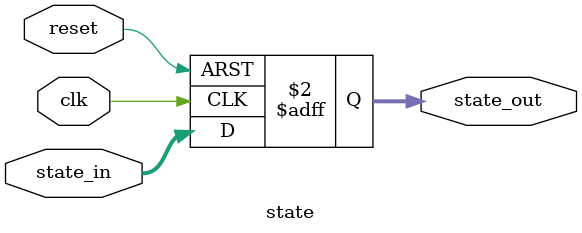
<source format=v>
module state(
	input	reset,
	input clk,
	input [2:0] state_in,
	output reg [2:0] state_out
    );
always@(posedge clk or posedge reset)begin
	if(reset)begin
		state_out <= 3'b100;
	end
	else begin
		state_out <= state_in;
	end
end

endmodule
</source>
